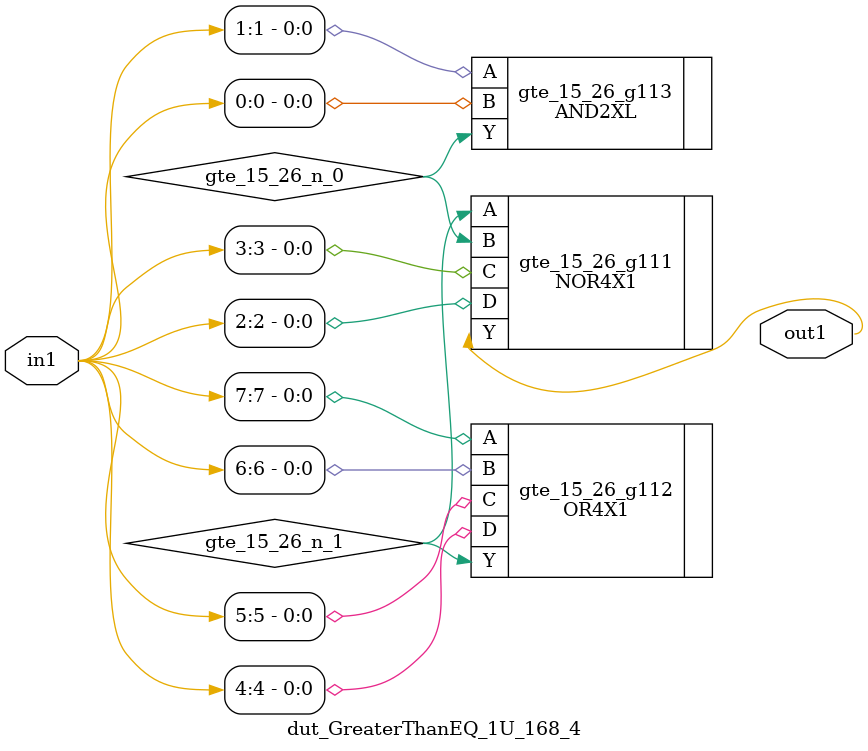
<source format=v>
`timescale 1ps / 1ps


module dut_GreaterThanEQ_1U_168_4(in1, out1);
  input [7:0] in1;
  output out1;
  wire [7:0] in1;
  wire out1;
  wire gte_15_26_n_0, gte_15_26_n_1;
  NOR4X1 gte_15_26_g111(.A (gte_15_26_n_1), .B (gte_15_26_n_0), .C
       (in1[3]), .D (in1[2]), .Y (out1));
  OR4X1 gte_15_26_g112(.A (in1[7]), .B (in1[6]), .C (in1[5]), .D
       (in1[4]), .Y (gte_15_26_n_1));
  AND2XL gte_15_26_g113(.A (in1[1]), .B (in1[0]), .Y (gte_15_26_n_0));
endmodule



</source>
